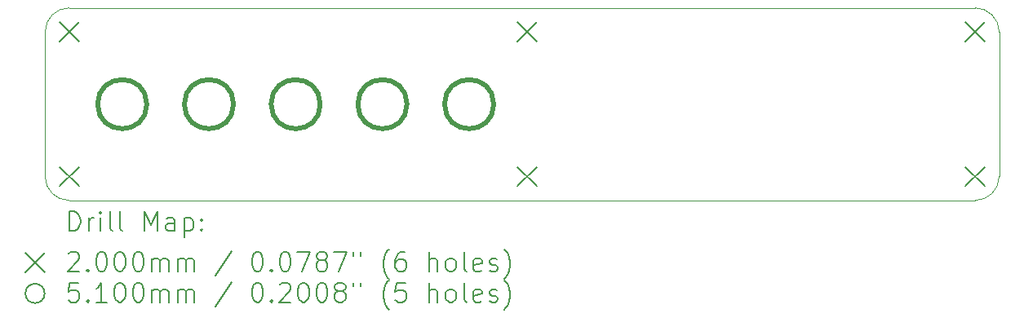
<source format=gbr>
%TF.GenerationSoftware,KiCad,Pcbnew,6.0.9+dfsg-1~bpo11+1*%
%TF.CreationDate,2022-11-11T14:52:23+01:00*%
%TF.ProjectId,014-base-power-board,3031342d-6261-4736-952d-706f7765722d,1*%
%TF.SameCoordinates,Original*%
%TF.FileFunction,Drillmap*%
%TF.FilePolarity,Positive*%
%FSLAX45Y45*%
G04 Gerber Fmt 4.5, Leading zero omitted, Abs format (unit mm)*
G04 Created by KiCad (PCBNEW 6.0.9+dfsg-1~bpo11+1) date 2022-11-11 14:52:23*
%MOMM*%
%LPD*%
G01*
G04 APERTURE LIST*
%ADD10C,0.100000*%
%ADD11C,0.200000*%
%ADD12C,0.510000*%
G04 APERTURE END LIST*
D10*
X19500000Y-8050000D02*
X10100000Y-8050000D01*
X19750000Y-9800000D02*
X19750000Y-8300000D01*
X10100000Y-10050000D02*
X19500000Y-10050000D01*
X9850000Y-8300000D02*
X9850000Y-9800000D01*
X10100000Y-8050000D02*
G75*
G03*
X9850000Y-8300000I0J-250000D01*
G01*
X19750000Y-8300000D02*
G75*
G03*
X19500000Y-8050000I-250000J0D01*
G01*
X9850000Y-9800000D02*
G75*
G03*
X10100000Y-10050000I250000J0D01*
G01*
X19500000Y-10050000D02*
G75*
G03*
X19750000Y-9800000I0J250000D01*
G01*
D11*
X10000000Y-8200000D02*
X10200000Y-8400000D01*
X10200000Y-8200000D02*
X10000000Y-8400000D01*
X10000000Y-9700000D02*
X10200000Y-9900000D01*
X10200000Y-9700000D02*
X10000000Y-9900000D01*
X14750000Y-8200000D02*
X14950000Y-8400000D01*
X14950000Y-8200000D02*
X14750000Y-8400000D01*
X14750000Y-9700000D02*
X14950000Y-9900000D01*
X14950000Y-9700000D02*
X14750000Y-9900000D01*
X19400000Y-8200000D02*
X19600000Y-8400000D01*
X19600000Y-8200000D02*
X19400000Y-8400000D01*
X19400000Y-9700000D02*
X19600000Y-9900000D01*
X19600000Y-9700000D02*
X19400000Y-9900000D01*
D12*
X10905000Y-9050000D02*
G75*
G03*
X10905000Y-9050000I-255000J0D01*
G01*
X11805000Y-9050000D02*
G75*
G03*
X11805000Y-9050000I-255000J0D01*
G01*
X12705000Y-9050000D02*
G75*
G03*
X12705000Y-9050000I-255000J0D01*
G01*
X13605000Y-9050000D02*
G75*
G03*
X13605000Y-9050000I-255000J0D01*
G01*
X14505000Y-9050000D02*
G75*
G03*
X14505000Y-9050000I-255000J0D01*
G01*
D11*
X10102619Y-10365476D02*
X10102619Y-10165476D01*
X10150238Y-10165476D01*
X10178810Y-10175000D01*
X10197857Y-10194048D01*
X10207381Y-10213095D01*
X10216905Y-10251190D01*
X10216905Y-10279762D01*
X10207381Y-10317857D01*
X10197857Y-10336905D01*
X10178810Y-10355952D01*
X10150238Y-10365476D01*
X10102619Y-10365476D01*
X10302619Y-10365476D02*
X10302619Y-10232143D01*
X10302619Y-10270238D02*
X10312143Y-10251190D01*
X10321667Y-10241667D01*
X10340714Y-10232143D01*
X10359762Y-10232143D01*
X10426429Y-10365476D02*
X10426429Y-10232143D01*
X10426429Y-10165476D02*
X10416905Y-10175000D01*
X10426429Y-10184524D01*
X10435952Y-10175000D01*
X10426429Y-10165476D01*
X10426429Y-10184524D01*
X10550238Y-10365476D02*
X10531190Y-10355952D01*
X10521667Y-10336905D01*
X10521667Y-10165476D01*
X10655000Y-10365476D02*
X10635952Y-10355952D01*
X10626429Y-10336905D01*
X10626429Y-10165476D01*
X10883571Y-10365476D02*
X10883571Y-10165476D01*
X10950238Y-10308333D01*
X11016905Y-10165476D01*
X11016905Y-10365476D01*
X11197857Y-10365476D02*
X11197857Y-10260714D01*
X11188333Y-10241667D01*
X11169286Y-10232143D01*
X11131190Y-10232143D01*
X11112143Y-10241667D01*
X11197857Y-10355952D02*
X11178810Y-10365476D01*
X11131190Y-10365476D01*
X11112143Y-10355952D01*
X11102619Y-10336905D01*
X11102619Y-10317857D01*
X11112143Y-10298810D01*
X11131190Y-10289286D01*
X11178810Y-10289286D01*
X11197857Y-10279762D01*
X11293095Y-10232143D02*
X11293095Y-10432143D01*
X11293095Y-10241667D02*
X11312143Y-10232143D01*
X11350238Y-10232143D01*
X11369286Y-10241667D01*
X11378809Y-10251190D01*
X11388333Y-10270238D01*
X11388333Y-10327381D01*
X11378809Y-10346429D01*
X11369286Y-10355952D01*
X11350238Y-10365476D01*
X11312143Y-10365476D01*
X11293095Y-10355952D01*
X11474048Y-10346429D02*
X11483571Y-10355952D01*
X11474048Y-10365476D01*
X11464524Y-10355952D01*
X11474048Y-10346429D01*
X11474048Y-10365476D01*
X11474048Y-10241667D02*
X11483571Y-10251190D01*
X11474048Y-10260714D01*
X11464524Y-10251190D01*
X11474048Y-10241667D01*
X11474048Y-10260714D01*
X9645000Y-10595000D02*
X9845000Y-10795000D01*
X9845000Y-10595000D02*
X9645000Y-10795000D01*
X10093095Y-10604524D02*
X10102619Y-10595000D01*
X10121667Y-10585476D01*
X10169286Y-10585476D01*
X10188333Y-10595000D01*
X10197857Y-10604524D01*
X10207381Y-10623571D01*
X10207381Y-10642619D01*
X10197857Y-10671190D01*
X10083571Y-10785476D01*
X10207381Y-10785476D01*
X10293095Y-10766429D02*
X10302619Y-10775952D01*
X10293095Y-10785476D01*
X10283571Y-10775952D01*
X10293095Y-10766429D01*
X10293095Y-10785476D01*
X10426429Y-10585476D02*
X10445476Y-10585476D01*
X10464524Y-10595000D01*
X10474048Y-10604524D01*
X10483571Y-10623571D01*
X10493095Y-10661667D01*
X10493095Y-10709286D01*
X10483571Y-10747381D01*
X10474048Y-10766429D01*
X10464524Y-10775952D01*
X10445476Y-10785476D01*
X10426429Y-10785476D01*
X10407381Y-10775952D01*
X10397857Y-10766429D01*
X10388333Y-10747381D01*
X10378810Y-10709286D01*
X10378810Y-10661667D01*
X10388333Y-10623571D01*
X10397857Y-10604524D01*
X10407381Y-10595000D01*
X10426429Y-10585476D01*
X10616905Y-10585476D02*
X10635952Y-10585476D01*
X10655000Y-10595000D01*
X10664524Y-10604524D01*
X10674048Y-10623571D01*
X10683571Y-10661667D01*
X10683571Y-10709286D01*
X10674048Y-10747381D01*
X10664524Y-10766429D01*
X10655000Y-10775952D01*
X10635952Y-10785476D01*
X10616905Y-10785476D01*
X10597857Y-10775952D01*
X10588333Y-10766429D01*
X10578810Y-10747381D01*
X10569286Y-10709286D01*
X10569286Y-10661667D01*
X10578810Y-10623571D01*
X10588333Y-10604524D01*
X10597857Y-10595000D01*
X10616905Y-10585476D01*
X10807381Y-10585476D02*
X10826429Y-10585476D01*
X10845476Y-10595000D01*
X10855000Y-10604524D01*
X10864524Y-10623571D01*
X10874048Y-10661667D01*
X10874048Y-10709286D01*
X10864524Y-10747381D01*
X10855000Y-10766429D01*
X10845476Y-10775952D01*
X10826429Y-10785476D01*
X10807381Y-10785476D01*
X10788333Y-10775952D01*
X10778810Y-10766429D01*
X10769286Y-10747381D01*
X10759762Y-10709286D01*
X10759762Y-10661667D01*
X10769286Y-10623571D01*
X10778810Y-10604524D01*
X10788333Y-10595000D01*
X10807381Y-10585476D01*
X10959762Y-10785476D02*
X10959762Y-10652143D01*
X10959762Y-10671190D02*
X10969286Y-10661667D01*
X10988333Y-10652143D01*
X11016905Y-10652143D01*
X11035952Y-10661667D01*
X11045476Y-10680714D01*
X11045476Y-10785476D01*
X11045476Y-10680714D02*
X11055000Y-10661667D01*
X11074048Y-10652143D01*
X11102619Y-10652143D01*
X11121667Y-10661667D01*
X11131190Y-10680714D01*
X11131190Y-10785476D01*
X11226428Y-10785476D02*
X11226428Y-10652143D01*
X11226428Y-10671190D02*
X11235952Y-10661667D01*
X11255000Y-10652143D01*
X11283571Y-10652143D01*
X11302619Y-10661667D01*
X11312143Y-10680714D01*
X11312143Y-10785476D01*
X11312143Y-10680714D02*
X11321667Y-10661667D01*
X11340714Y-10652143D01*
X11369286Y-10652143D01*
X11388333Y-10661667D01*
X11397857Y-10680714D01*
X11397857Y-10785476D01*
X11788333Y-10575952D02*
X11616905Y-10833095D01*
X12045476Y-10585476D02*
X12064524Y-10585476D01*
X12083571Y-10595000D01*
X12093095Y-10604524D01*
X12102619Y-10623571D01*
X12112143Y-10661667D01*
X12112143Y-10709286D01*
X12102619Y-10747381D01*
X12093095Y-10766429D01*
X12083571Y-10775952D01*
X12064524Y-10785476D01*
X12045476Y-10785476D01*
X12026428Y-10775952D01*
X12016905Y-10766429D01*
X12007381Y-10747381D01*
X11997857Y-10709286D01*
X11997857Y-10661667D01*
X12007381Y-10623571D01*
X12016905Y-10604524D01*
X12026428Y-10595000D01*
X12045476Y-10585476D01*
X12197857Y-10766429D02*
X12207381Y-10775952D01*
X12197857Y-10785476D01*
X12188333Y-10775952D01*
X12197857Y-10766429D01*
X12197857Y-10785476D01*
X12331190Y-10585476D02*
X12350238Y-10585476D01*
X12369286Y-10595000D01*
X12378809Y-10604524D01*
X12388333Y-10623571D01*
X12397857Y-10661667D01*
X12397857Y-10709286D01*
X12388333Y-10747381D01*
X12378809Y-10766429D01*
X12369286Y-10775952D01*
X12350238Y-10785476D01*
X12331190Y-10785476D01*
X12312143Y-10775952D01*
X12302619Y-10766429D01*
X12293095Y-10747381D01*
X12283571Y-10709286D01*
X12283571Y-10661667D01*
X12293095Y-10623571D01*
X12302619Y-10604524D01*
X12312143Y-10595000D01*
X12331190Y-10585476D01*
X12464524Y-10585476D02*
X12597857Y-10585476D01*
X12512143Y-10785476D01*
X12702619Y-10671190D02*
X12683571Y-10661667D01*
X12674048Y-10652143D01*
X12664524Y-10633095D01*
X12664524Y-10623571D01*
X12674048Y-10604524D01*
X12683571Y-10595000D01*
X12702619Y-10585476D01*
X12740714Y-10585476D01*
X12759762Y-10595000D01*
X12769286Y-10604524D01*
X12778809Y-10623571D01*
X12778809Y-10633095D01*
X12769286Y-10652143D01*
X12759762Y-10661667D01*
X12740714Y-10671190D01*
X12702619Y-10671190D01*
X12683571Y-10680714D01*
X12674048Y-10690238D01*
X12664524Y-10709286D01*
X12664524Y-10747381D01*
X12674048Y-10766429D01*
X12683571Y-10775952D01*
X12702619Y-10785476D01*
X12740714Y-10785476D01*
X12759762Y-10775952D01*
X12769286Y-10766429D01*
X12778809Y-10747381D01*
X12778809Y-10709286D01*
X12769286Y-10690238D01*
X12759762Y-10680714D01*
X12740714Y-10671190D01*
X12845476Y-10585476D02*
X12978809Y-10585476D01*
X12893095Y-10785476D01*
X13045476Y-10585476D02*
X13045476Y-10623571D01*
X13121667Y-10585476D02*
X13121667Y-10623571D01*
X13416905Y-10861667D02*
X13407381Y-10852143D01*
X13388333Y-10823571D01*
X13378809Y-10804524D01*
X13369286Y-10775952D01*
X13359762Y-10728333D01*
X13359762Y-10690238D01*
X13369286Y-10642619D01*
X13378809Y-10614048D01*
X13388333Y-10595000D01*
X13407381Y-10566429D01*
X13416905Y-10556905D01*
X13578809Y-10585476D02*
X13540714Y-10585476D01*
X13521667Y-10595000D01*
X13512143Y-10604524D01*
X13493095Y-10633095D01*
X13483571Y-10671190D01*
X13483571Y-10747381D01*
X13493095Y-10766429D01*
X13502619Y-10775952D01*
X13521667Y-10785476D01*
X13559762Y-10785476D01*
X13578809Y-10775952D01*
X13588333Y-10766429D01*
X13597857Y-10747381D01*
X13597857Y-10699762D01*
X13588333Y-10680714D01*
X13578809Y-10671190D01*
X13559762Y-10661667D01*
X13521667Y-10661667D01*
X13502619Y-10671190D01*
X13493095Y-10680714D01*
X13483571Y-10699762D01*
X13835952Y-10785476D02*
X13835952Y-10585476D01*
X13921667Y-10785476D02*
X13921667Y-10680714D01*
X13912143Y-10661667D01*
X13893095Y-10652143D01*
X13864524Y-10652143D01*
X13845476Y-10661667D01*
X13835952Y-10671190D01*
X14045476Y-10785476D02*
X14026428Y-10775952D01*
X14016905Y-10766429D01*
X14007381Y-10747381D01*
X14007381Y-10690238D01*
X14016905Y-10671190D01*
X14026428Y-10661667D01*
X14045476Y-10652143D01*
X14074048Y-10652143D01*
X14093095Y-10661667D01*
X14102619Y-10671190D01*
X14112143Y-10690238D01*
X14112143Y-10747381D01*
X14102619Y-10766429D01*
X14093095Y-10775952D01*
X14074048Y-10785476D01*
X14045476Y-10785476D01*
X14226428Y-10785476D02*
X14207381Y-10775952D01*
X14197857Y-10756905D01*
X14197857Y-10585476D01*
X14378809Y-10775952D02*
X14359762Y-10785476D01*
X14321667Y-10785476D01*
X14302619Y-10775952D01*
X14293095Y-10756905D01*
X14293095Y-10680714D01*
X14302619Y-10661667D01*
X14321667Y-10652143D01*
X14359762Y-10652143D01*
X14378809Y-10661667D01*
X14388333Y-10680714D01*
X14388333Y-10699762D01*
X14293095Y-10718810D01*
X14464524Y-10775952D02*
X14483571Y-10785476D01*
X14521667Y-10785476D01*
X14540714Y-10775952D01*
X14550238Y-10756905D01*
X14550238Y-10747381D01*
X14540714Y-10728333D01*
X14521667Y-10718810D01*
X14493095Y-10718810D01*
X14474048Y-10709286D01*
X14464524Y-10690238D01*
X14464524Y-10680714D01*
X14474048Y-10661667D01*
X14493095Y-10652143D01*
X14521667Y-10652143D01*
X14540714Y-10661667D01*
X14616905Y-10861667D02*
X14626428Y-10852143D01*
X14645476Y-10823571D01*
X14655000Y-10804524D01*
X14664524Y-10775952D01*
X14674048Y-10728333D01*
X14674048Y-10690238D01*
X14664524Y-10642619D01*
X14655000Y-10614048D01*
X14645476Y-10595000D01*
X14626428Y-10566429D01*
X14616905Y-10556905D01*
X9845000Y-11015000D02*
G75*
G03*
X9845000Y-11015000I-100000J0D01*
G01*
X10197857Y-10905476D02*
X10102619Y-10905476D01*
X10093095Y-11000714D01*
X10102619Y-10991190D01*
X10121667Y-10981667D01*
X10169286Y-10981667D01*
X10188333Y-10991190D01*
X10197857Y-11000714D01*
X10207381Y-11019762D01*
X10207381Y-11067381D01*
X10197857Y-11086429D01*
X10188333Y-11095952D01*
X10169286Y-11105476D01*
X10121667Y-11105476D01*
X10102619Y-11095952D01*
X10093095Y-11086429D01*
X10293095Y-11086429D02*
X10302619Y-11095952D01*
X10293095Y-11105476D01*
X10283571Y-11095952D01*
X10293095Y-11086429D01*
X10293095Y-11105476D01*
X10493095Y-11105476D02*
X10378810Y-11105476D01*
X10435952Y-11105476D02*
X10435952Y-10905476D01*
X10416905Y-10934048D01*
X10397857Y-10953095D01*
X10378810Y-10962619D01*
X10616905Y-10905476D02*
X10635952Y-10905476D01*
X10655000Y-10915000D01*
X10664524Y-10924524D01*
X10674048Y-10943571D01*
X10683571Y-10981667D01*
X10683571Y-11029286D01*
X10674048Y-11067381D01*
X10664524Y-11086429D01*
X10655000Y-11095952D01*
X10635952Y-11105476D01*
X10616905Y-11105476D01*
X10597857Y-11095952D01*
X10588333Y-11086429D01*
X10578810Y-11067381D01*
X10569286Y-11029286D01*
X10569286Y-10981667D01*
X10578810Y-10943571D01*
X10588333Y-10924524D01*
X10597857Y-10915000D01*
X10616905Y-10905476D01*
X10807381Y-10905476D02*
X10826429Y-10905476D01*
X10845476Y-10915000D01*
X10855000Y-10924524D01*
X10864524Y-10943571D01*
X10874048Y-10981667D01*
X10874048Y-11029286D01*
X10864524Y-11067381D01*
X10855000Y-11086429D01*
X10845476Y-11095952D01*
X10826429Y-11105476D01*
X10807381Y-11105476D01*
X10788333Y-11095952D01*
X10778810Y-11086429D01*
X10769286Y-11067381D01*
X10759762Y-11029286D01*
X10759762Y-10981667D01*
X10769286Y-10943571D01*
X10778810Y-10924524D01*
X10788333Y-10915000D01*
X10807381Y-10905476D01*
X10959762Y-11105476D02*
X10959762Y-10972143D01*
X10959762Y-10991190D02*
X10969286Y-10981667D01*
X10988333Y-10972143D01*
X11016905Y-10972143D01*
X11035952Y-10981667D01*
X11045476Y-11000714D01*
X11045476Y-11105476D01*
X11045476Y-11000714D02*
X11055000Y-10981667D01*
X11074048Y-10972143D01*
X11102619Y-10972143D01*
X11121667Y-10981667D01*
X11131190Y-11000714D01*
X11131190Y-11105476D01*
X11226428Y-11105476D02*
X11226428Y-10972143D01*
X11226428Y-10991190D02*
X11235952Y-10981667D01*
X11255000Y-10972143D01*
X11283571Y-10972143D01*
X11302619Y-10981667D01*
X11312143Y-11000714D01*
X11312143Y-11105476D01*
X11312143Y-11000714D02*
X11321667Y-10981667D01*
X11340714Y-10972143D01*
X11369286Y-10972143D01*
X11388333Y-10981667D01*
X11397857Y-11000714D01*
X11397857Y-11105476D01*
X11788333Y-10895952D02*
X11616905Y-11153095D01*
X12045476Y-10905476D02*
X12064524Y-10905476D01*
X12083571Y-10915000D01*
X12093095Y-10924524D01*
X12102619Y-10943571D01*
X12112143Y-10981667D01*
X12112143Y-11029286D01*
X12102619Y-11067381D01*
X12093095Y-11086429D01*
X12083571Y-11095952D01*
X12064524Y-11105476D01*
X12045476Y-11105476D01*
X12026428Y-11095952D01*
X12016905Y-11086429D01*
X12007381Y-11067381D01*
X11997857Y-11029286D01*
X11997857Y-10981667D01*
X12007381Y-10943571D01*
X12016905Y-10924524D01*
X12026428Y-10915000D01*
X12045476Y-10905476D01*
X12197857Y-11086429D02*
X12207381Y-11095952D01*
X12197857Y-11105476D01*
X12188333Y-11095952D01*
X12197857Y-11086429D01*
X12197857Y-11105476D01*
X12283571Y-10924524D02*
X12293095Y-10915000D01*
X12312143Y-10905476D01*
X12359762Y-10905476D01*
X12378809Y-10915000D01*
X12388333Y-10924524D01*
X12397857Y-10943571D01*
X12397857Y-10962619D01*
X12388333Y-10991190D01*
X12274048Y-11105476D01*
X12397857Y-11105476D01*
X12521667Y-10905476D02*
X12540714Y-10905476D01*
X12559762Y-10915000D01*
X12569286Y-10924524D01*
X12578809Y-10943571D01*
X12588333Y-10981667D01*
X12588333Y-11029286D01*
X12578809Y-11067381D01*
X12569286Y-11086429D01*
X12559762Y-11095952D01*
X12540714Y-11105476D01*
X12521667Y-11105476D01*
X12502619Y-11095952D01*
X12493095Y-11086429D01*
X12483571Y-11067381D01*
X12474048Y-11029286D01*
X12474048Y-10981667D01*
X12483571Y-10943571D01*
X12493095Y-10924524D01*
X12502619Y-10915000D01*
X12521667Y-10905476D01*
X12712143Y-10905476D02*
X12731190Y-10905476D01*
X12750238Y-10915000D01*
X12759762Y-10924524D01*
X12769286Y-10943571D01*
X12778809Y-10981667D01*
X12778809Y-11029286D01*
X12769286Y-11067381D01*
X12759762Y-11086429D01*
X12750238Y-11095952D01*
X12731190Y-11105476D01*
X12712143Y-11105476D01*
X12693095Y-11095952D01*
X12683571Y-11086429D01*
X12674048Y-11067381D01*
X12664524Y-11029286D01*
X12664524Y-10981667D01*
X12674048Y-10943571D01*
X12683571Y-10924524D01*
X12693095Y-10915000D01*
X12712143Y-10905476D01*
X12893095Y-10991190D02*
X12874048Y-10981667D01*
X12864524Y-10972143D01*
X12855000Y-10953095D01*
X12855000Y-10943571D01*
X12864524Y-10924524D01*
X12874048Y-10915000D01*
X12893095Y-10905476D01*
X12931190Y-10905476D01*
X12950238Y-10915000D01*
X12959762Y-10924524D01*
X12969286Y-10943571D01*
X12969286Y-10953095D01*
X12959762Y-10972143D01*
X12950238Y-10981667D01*
X12931190Y-10991190D01*
X12893095Y-10991190D01*
X12874048Y-11000714D01*
X12864524Y-11010238D01*
X12855000Y-11029286D01*
X12855000Y-11067381D01*
X12864524Y-11086429D01*
X12874048Y-11095952D01*
X12893095Y-11105476D01*
X12931190Y-11105476D01*
X12950238Y-11095952D01*
X12959762Y-11086429D01*
X12969286Y-11067381D01*
X12969286Y-11029286D01*
X12959762Y-11010238D01*
X12950238Y-11000714D01*
X12931190Y-10991190D01*
X13045476Y-10905476D02*
X13045476Y-10943571D01*
X13121667Y-10905476D02*
X13121667Y-10943571D01*
X13416905Y-11181667D02*
X13407381Y-11172143D01*
X13388333Y-11143571D01*
X13378809Y-11124524D01*
X13369286Y-11095952D01*
X13359762Y-11048333D01*
X13359762Y-11010238D01*
X13369286Y-10962619D01*
X13378809Y-10934048D01*
X13388333Y-10915000D01*
X13407381Y-10886429D01*
X13416905Y-10876905D01*
X13588333Y-10905476D02*
X13493095Y-10905476D01*
X13483571Y-11000714D01*
X13493095Y-10991190D01*
X13512143Y-10981667D01*
X13559762Y-10981667D01*
X13578809Y-10991190D01*
X13588333Y-11000714D01*
X13597857Y-11019762D01*
X13597857Y-11067381D01*
X13588333Y-11086429D01*
X13578809Y-11095952D01*
X13559762Y-11105476D01*
X13512143Y-11105476D01*
X13493095Y-11095952D01*
X13483571Y-11086429D01*
X13835952Y-11105476D02*
X13835952Y-10905476D01*
X13921667Y-11105476D02*
X13921667Y-11000714D01*
X13912143Y-10981667D01*
X13893095Y-10972143D01*
X13864524Y-10972143D01*
X13845476Y-10981667D01*
X13835952Y-10991190D01*
X14045476Y-11105476D02*
X14026428Y-11095952D01*
X14016905Y-11086429D01*
X14007381Y-11067381D01*
X14007381Y-11010238D01*
X14016905Y-10991190D01*
X14026428Y-10981667D01*
X14045476Y-10972143D01*
X14074048Y-10972143D01*
X14093095Y-10981667D01*
X14102619Y-10991190D01*
X14112143Y-11010238D01*
X14112143Y-11067381D01*
X14102619Y-11086429D01*
X14093095Y-11095952D01*
X14074048Y-11105476D01*
X14045476Y-11105476D01*
X14226428Y-11105476D02*
X14207381Y-11095952D01*
X14197857Y-11076905D01*
X14197857Y-10905476D01*
X14378809Y-11095952D02*
X14359762Y-11105476D01*
X14321667Y-11105476D01*
X14302619Y-11095952D01*
X14293095Y-11076905D01*
X14293095Y-11000714D01*
X14302619Y-10981667D01*
X14321667Y-10972143D01*
X14359762Y-10972143D01*
X14378809Y-10981667D01*
X14388333Y-11000714D01*
X14388333Y-11019762D01*
X14293095Y-11038810D01*
X14464524Y-11095952D02*
X14483571Y-11105476D01*
X14521667Y-11105476D01*
X14540714Y-11095952D01*
X14550238Y-11076905D01*
X14550238Y-11067381D01*
X14540714Y-11048333D01*
X14521667Y-11038810D01*
X14493095Y-11038810D01*
X14474048Y-11029286D01*
X14464524Y-11010238D01*
X14464524Y-11000714D01*
X14474048Y-10981667D01*
X14493095Y-10972143D01*
X14521667Y-10972143D01*
X14540714Y-10981667D01*
X14616905Y-11181667D02*
X14626428Y-11172143D01*
X14645476Y-11143571D01*
X14655000Y-11124524D01*
X14664524Y-11095952D01*
X14674048Y-11048333D01*
X14674048Y-11010238D01*
X14664524Y-10962619D01*
X14655000Y-10934048D01*
X14645476Y-10915000D01*
X14626428Y-10886429D01*
X14616905Y-10876905D01*
M02*

</source>
